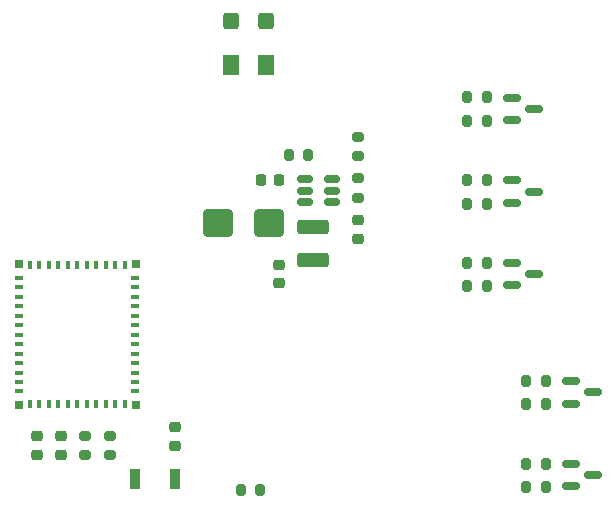
<source format=gbr>
%TF.GenerationSoftware,KiCad,Pcbnew,8.0.2*%
%TF.CreationDate,2024-06-05T10:22:25+03:00*%
%TF.ProjectId,LED driver,4c454420-6472-4697-9665-722e6b696361,rev?*%
%TF.SameCoordinates,Original*%
%TF.FileFunction,Paste,Top*%
%TF.FilePolarity,Positive*%
%FSLAX46Y46*%
G04 Gerber Fmt 4.6, Leading zero omitted, Abs format (unit mm)*
G04 Created by KiCad (PCBNEW 8.0.2) date 2024-06-05 10:22:25*
%MOMM*%
%LPD*%
G01*
G04 APERTURE LIST*
G04 Aperture macros list*
%AMRoundRect*
0 Rectangle with rounded corners*
0 $1 Rounding radius*
0 $2 $3 $4 $5 $6 $7 $8 $9 X,Y pos of 4 corners*
0 Add a 4 corners polygon primitive as box body*
4,1,4,$2,$3,$4,$5,$6,$7,$8,$9,$2,$3,0*
0 Add four circle primitives for the rounded corners*
1,1,$1+$1,$2,$3*
1,1,$1+$1,$4,$5*
1,1,$1+$1,$6,$7*
1,1,$1+$1,$8,$9*
0 Add four rect primitives between the rounded corners*
20,1,$1+$1,$2,$3,$4,$5,0*
20,1,$1+$1,$4,$5,$6,$7,0*
20,1,$1+$1,$6,$7,$8,$9,0*
20,1,$1+$1,$8,$9,$2,$3,0*%
G04 Aperture macros list end*
%ADD10RoundRect,0.225000X-0.250000X0.225000X-0.250000X-0.225000X0.250000X-0.225000X0.250000X0.225000X0*%
%ADD11RoundRect,0.200000X0.200000X0.275000X-0.200000X0.275000X-0.200000X-0.275000X0.200000X-0.275000X0*%
%ADD12RoundRect,0.200000X0.275000X-0.200000X0.275000X0.200000X-0.275000X0.200000X-0.275000X-0.200000X0*%
%ADD13RoundRect,0.250000X-1.075000X0.375000X-1.075000X-0.375000X1.075000X-0.375000X1.075000X0.375000X0*%
%ADD14RoundRect,0.150000X0.512500X0.150000X-0.512500X0.150000X-0.512500X-0.150000X0.512500X-0.150000X0*%
%ADD15R,0.900000X1.700000*%
%ADD16RoundRect,0.225000X0.250000X-0.225000X0.250000X0.225000X-0.250000X0.225000X-0.250000X-0.225000X0*%
%ADD17RoundRect,0.150000X-0.587500X-0.150000X0.587500X-0.150000X0.587500X0.150000X-0.587500X0.150000X0*%
%ADD18RoundRect,0.200000X-0.275000X0.200000X-0.275000X-0.200000X0.275000X-0.200000X0.275000X0.200000X0*%
%ADD19RoundRect,0.225000X0.225000X0.250000X-0.225000X0.250000X-0.225000X-0.250000X0.225000X-0.250000X0*%
%ADD20RoundRect,0.250001X0.462499X0.624999X-0.462499X0.624999X-0.462499X-0.624999X0.462499X-0.624999X0*%
%ADD21RoundRect,0.250000X0.400000X0.450000X-0.400000X0.450000X-0.400000X-0.450000X0.400000X-0.450000X0*%
%ADD22RoundRect,0.250000X1.000000X0.900000X-1.000000X0.900000X-1.000000X-0.900000X1.000000X-0.900000X0*%
%ADD23R,0.400000X0.800000*%
%ADD24R,0.800000X0.400000*%
%ADD25R,0.700000X0.700000*%
G04 APERTURE END LIST*
D10*
%TO.C,C6*%
X123875000Y-76780000D03*
X123875000Y-78330000D03*
%TD*%
D11*
%TO.C,R10*%
X141475000Y-64580000D03*
X139825000Y-64580000D03*
%TD*%
%TO.C,R14*%
X126350000Y-67445000D03*
X124700000Y-67445000D03*
%TD*%
D12*
%TO.C,R12*%
X107435000Y-92880000D03*
X107435000Y-91230000D03*
%TD*%
D11*
%TO.C,R3*%
X146475000Y-86580000D03*
X144825000Y-86580000D03*
%TD*%
D13*
%TO.C,L1*%
X126785000Y-73555000D03*
X126785000Y-76355000D03*
%TD*%
D14*
%TO.C,U2*%
X128392500Y-71425000D03*
X128392500Y-70475000D03*
X128392500Y-69525000D03*
X126117500Y-69525000D03*
X126117500Y-70475000D03*
X126117500Y-71425000D03*
%TD*%
D15*
%TO.C,SW1*%
X111715000Y-94925000D03*
X115115000Y-94925000D03*
%TD*%
D16*
%TO.C,C1*%
X103425000Y-92830000D03*
X103425000Y-91280000D03*
%TD*%
D10*
%TO.C,C5*%
X130535000Y-72980000D03*
X130535000Y-74530000D03*
%TD*%
D17*
%TO.C,Q5*%
X143612500Y-62600000D03*
X143612500Y-64500000D03*
X145487500Y-63550000D03*
%TD*%
D11*
%TO.C,R13*%
X122310000Y-95845000D03*
X120660000Y-95845000D03*
%TD*%
D18*
%TO.C,R16*%
X130535000Y-65930000D03*
X130535000Y-67580000D03*
%TD*%
D17*
%TO.C,Q4*%
X143612500Y-69600000D03*
X143612500Y-71500000D03*
X145487500Y-70550000D03*
%TD*%
D11*
%TO.C,R9*%
X141475000Y-62580000D03*
X139825000Y-62580000D03*
%TD*%
D16*
%TO.C,C3*%
X105385000Y-92830000D03*
X105385000Y-91280000D03*
%TD*%
D17*
%TO.C,Q3*%
X143612500Y-76600000D03*
X143612500Y-78500000D03*
X145487500Y-77550000D03*
%TD*%
D11*
%TO.C,R8*%
X141475000Y-71580000D03*
X139825000Y-71580000D03*
%TD*%
%TO.C,R6*%
X141475000Y-78580000D03*
X139825000Y-78580000D03*
%TD*%
D18*
%TO.C,R15*%
X130535000Y-69430000D03*
X130535000Y-71080000D03*
%TD*%
D10*
%TO.C,C2*%
X115075000Y-90520000D03*
X115075000Y-92070000D03*
%TD*%
D19*
%TO.C,C4*%
X123900000Y-69545000D03*
X122350000Y-69545000D03*
%TD*%
D20*
%TO.C,F1*%
X122792500Y-59825000D03*
X119817500Y-59825000D03*
%TD*%
D21*
%TO.C,D1*%
X122755000Y-56075000D03*
X119855000Y-56075000D03*
%TD*%
D22*
%TO.C,D2*%
X123055000Y-73200000D03*
X118755000Y-73200000D03*
%TD*%
D11*
%TO.C,R1*%
X146475000Y-93580000D03*
X144825000Y-93580000D03*
%TD*%
%TO.C,R2*%
X146475000Y-95580000D03*
X144825000Y-95580000D03*
%TD*%
D17*
%TO.C,Q1*%
X148612500Y-93600000D03*
X148612500Y-95500000D03*
X150487500Y-94550000D03*
%TD*%
D11*
%TO.C,R7*%
X141475000Y-69580000D03*
X139825000Y-69580000D03*
%TD*%
D17*
%TO.C,Q2*%
X148612500Y-86600000D03*
X148612500Y-88500000D03*
X150487500Y-87550000D03*
%TD*%
D11*
%TO.C,R4*%
X146475000Y-88580000D03*
X144825000Y-88580000D03*
%TD*%
%TO.C,R5*%
X141475000Y-76580000D03*
X139825000Y-76580000D03*
%TD*%
D12*
%TO.C,R11*%
X109535000Y-92880000D03*
X109535000Y-91230000D03*
%TD*%
D23*
%TO.C,U1*%
X102805000Y-88575000D03*
X103605000Y-88575000D03*
X104405000Y-88575000D03*
X105205000Y-88575000D03*
X106005000Y-88575000D03*
X106805000Y-88575000D03*
X107605000Y-88575000D03*
X108405000Y-88575000D03*
X109205000Y-88575000D03*
X110005000Y-88575000D03*
X110805000Y-88575000D03*
D24*
X111705000Y-87475000D03*
X111705000Y-86675000D03*
X111705000Y-85875000D03*
X111705000Y-85075000D03*
X111705000Y-84275000D03*
X111705000Y-83475000D03*
X111705000Y-82675000D03*
X111705000Y-81875000D03*
X111705000Y-81075000D03*
X111705000Y-80275000D03*
X111705000Y-79475000D03*
X111705000Y-78675000D03*
X111705000Y-77875000D03*
D23*
X110805000Y-76775000D03*
X110005000Y-76775000D03*
X109205000Y-76775000D03*
X108405000Y-76775000D03*
X107605000Y-76775000D03*
X106805000Y-76775000D03*
X106005000Y-76775000D03*
X105205000Y-76775000D03*
X104405000Y-76775000D03*
X103605000Y-76775000D03*
X102805000Y-76775000D03*
D24*
X101905000Y-77875000D03*
X101905000Y-78675000D03*
X101905000Y-79475000D03*
X101905000Y-80275000D03*
X101905000Y-81075000D03*
X101905000Y-81875000D03*
X101905000Y-82675000D03*
X101905000Y-83475000D03*
X101905000Y-84275000D03*
X101905000Y-85075000D03*
X101905000Y-85875000D03*
X101905000Y-86675000D03*
X101905000Y-87475000D03*
D25*
X101855000Y-88625000D03*
X111755000Y-88625000D03*
X111755000Y-76725000D03*
X101855000Y-76725000D03*
%TD*%
M02*

</source>
